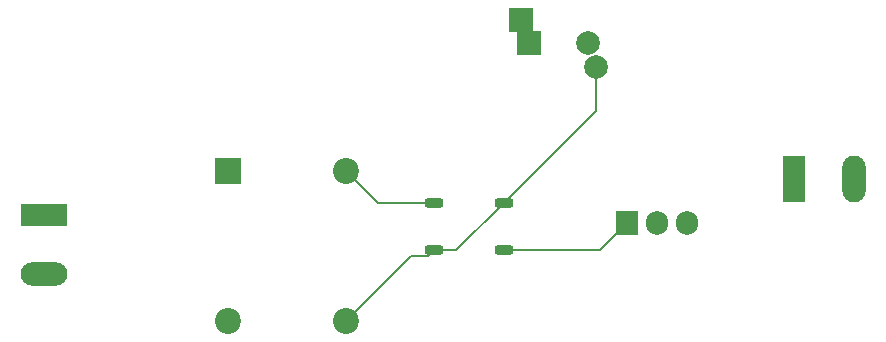
<source format=gbr>
%TF.GenerationSoftware,KiCad,Pcbnew,8.0.8*%
%TF.CreationDate,2025-02-20T20:42:50+05:30*%
%TF.ProjectId,AC to DC,41432074-6f20-4444-932e-6b696361645f,rev?*%
%TF.SameCoordinates,Original*%
%TF.FileFunction,Copper,L1,Top*%
%TF.FilePolarity,Positive*%
%FSLAX46Y46*%
G04 Gerber Fmt 4.6, Leading zero omitted, Abs format (unit mm)*
G04 Created by KiCad (PCBNEW 8.0.8) date 2025-02-20 20:42:50*
%MOMM*%
%LPD*%
G01*
G04 APERTURE LIST*
G04 Aperture macros list*
%AMRoundRect*
0 Rectangle with rounded corners*
0 $1 Rounding radius*
0 $2 $3 $4 $5 $6 $7 $8 $9 X,Y pos of 4 corners*
0 Add a 4 corners polygon primitive as box body*
4,1,4,$2,$3,$4,$5,$6,$7,$8,$9,$2,$3,0*
0 Add four circle primitives for the rounded corners*
1,1,$1+$1,$2,$3*
1,1,$1+$1,$4,$5*
1,1,$1+$1,$6,$7*
1,1,$1+$1,$8,$9*
0 Add four rect primitives between the rounded corners*
20,1,$1+$1,$2,$3,$4,$5,0*
20,1,$1+$1,$4,$5,$6,$7,0*
20,1,$1+$1,$6,$7,$8,$9,0*
20,1,$1+$1,$8,$9,$2,$3,0*%
G04 Aperture macros list end*
%TA.AperFunction,ComponentPad*%
%ADD10R,1.980000X3.960000*%
%TD*%
%TA.AperFunction,ComponentPad*%
%ADD11O,1.980000X3.960000*%
%TD*%
%TA.AperFunction,SMDPad,CuDef*%
%ADD12RoundRect,0.200000X0.562500X0.200000X-0.562500X0.200000X-0.562500X-0.200000X0.562500X-0.200000X0*%
%TD*%
%TA.AperFunction,ComponentPad*%
%ADD13R,2.000000X2.000000*%
%TD*%
%TA.AperFunction,ComponentPad*%
%ADD14C,2.000000*%
%TD*%
%TA.AperFunction,ComponentPad*%
%ADD15R,2.200000X2.200000*%
%TD*%
%TA.AperFunction,ComponentPad*%
%ADD16C,2.200000*%
%TD*%
%TA.AperFunction,ComponentPad*%
%ADD17R,3.960000X1.980000*%
%TD*%
%TA.AperFunction,ComponentPad*%
%ADD18O,3.960000X1.980000*%
%TD*%
%TA.AperFunction,ComponentPad*%
%ADD19R,1.905000X2.000000*%
%TD*%
%TA.AperFunction,ComponentPad*%
%ADD20O,1.905000X2.000000*%
%TD*%
%TA.AperFunction,Conductor*%
%ADD21C,0.200000*%
%TD*%
G04 APERTURE END LIST*
D10*
%TO.P,J2,1,Pin_1*%
%TO.N,GND*%
X185500000Y-60500000D03*
D11*
%TO.P,J2,2,Pin_2*%
%TO.N,Net-(J2-Pin_2)*%
X190500000Y-60500000D03*
%TD*%
D12*
%TO.P,D2,1,+*%
%TO.N,Net-(D2-+)*%
X160875000Y-66500000D03*
%TO.P,D2,2,-*%
%TO.N,GND*%
X160875000Y-62500000D03*
%TO.P,D2,3*%
%TO.N,Net-(T1-SB)*%
X155000000Y-62500000D03*
%TO.P,D2,4*%
%TO.N,GND*%
X155000000Y-66500000D03*
%TD*%
D13*
%TO.P,C1,1*%
%TO.N,Net-(D2-+)*%
X162327856Y-47000000D03*
X163000000Y-49000000D03*
D14*
%TO.P,C1,2*%
%TO.N,GND*%
X168000000Y-49000000D03*
X168672144Y-51000000D03*
%TD*%
D15*
%TO.P,T1,1,AA*%
%TO.N,Net-(J1-Pin_1)*%
X137500000Y-59800000D03*
D16*
%TO.P,T1,2,AB*%
%TO.N,Net-(J1-Pin_2)*%
X137500000Y-72500000D03*
%TO.P,T1,3,SA*%
%TO.N,GND*%
X147500000Y-72500000D03*
%TO.P,T1,4,SB*%
%TO.N,Net-(T1-SB)*%
X147500000Y-59800000D03*
%TD*%
D17*
%TO.P,J1,1,Pin_1*%
%TO.N,Net-(J1-Pin_1)*%
X122000000Y-63500000D03*
D18*
%TO.P,J1,2,Pin_2*%
%TO.N,Net-(J1-Pin_2)*%
X122000000Y-68500000D03*
%TD*%
D19*
%TO.P,U1,1,VI*%
%TO.N,Net-(D2-+)*%
X171322500Y-64245000D03*
D20*
%TO.P,U1,2,GND*%
%TO.N,GND*%
X173862500Y-64245000D03*
%TO.P,U1,3,VO*%
%TO.N,Net-(J2-Pin_2)*%
X176402500Y-64245000D03*
%TD*%
D21*
%TO.N,Net-(D2-+)*%
X169067500Y-66500000D02*
X171322500Y-64245000D01*
X160875000Y-66500000D02*
X169067500Y-66500000D01*
%TO.N,Net-(T1-SB)*%
X155000000Y-62500000D02*
X150200000Y-62500000D01*
X150200000Y-62500000D02*
X147500000Y-59800000D01*
%TO.N,GND*%
X155000000Y-66500000D02*
X156875000Y-66500000D01*
X155000000Y-66500000D02*
X154500000Y-67000000D01*
X154500000Y-67000000D02*
X153000000Y-67000000D01*
X156875000Y-66500000D02*
X160875000Y-62500000D01*
X168672144Y-54702856D02*
X168672144Y-51000000D01*
X153000000Y-67000000D02*
X147500000Y-72500000D01*
X160875000Y-62500000D02*
X168672144Y-54702856D01*
%TD*%
M02*

</source>
